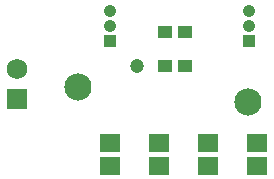
<source format=gts>
G04*
G04 #@! TF.GenerationSoftware,Altium Limited,Altium Designer,23.5.1 (21)*
G04*
G04 Layer_Color=8388736*
%FSLAX43Y43*%
%MOMM*%
G71*
G04*
G04 #@! TF.SameCoordinates,8FC2429F-322A-4D25-A3D7-46987ED2785F*
G04*
G04*
G04 #@! TF.FilePolarity,Negative*
G04*
G01*
G75*
%ADD13R,1.207X1.058*%
%ADD14R,1.753X1.553*%
%ADD15C,2.303*%
%ADD16R,1.753X1.753*%
%ADD17C,1.753*%
%ADD18C,1.050*%
%ADD19R,1.050X1.050*%
%ADD20C,1.203*%
D13*
X17400Y18796D02*
D03*
X15748D02*
D03*
X17400Y15875D02*
D03*
X15748D02*
D03*
D14*
X11049Y7448D02*
D03*
Y9398D02*
D03*
X15198D02*
D03*
Y7448D02*
D03*
X19346Y9398D02*
D03*
Y7448D02*
D03*
X23495Y9398D02*
D03*
Y7448D02*
D03*
D15*
X8382Y14097D02*
D03*
X22733Y12827D02*
D03*
D16*
X3175Y13081D02*
D03*
D17*
Y15621D02*
D03*
D18*
X22860Y20574D02*
D03*
Y19304D02*
D03*
X11049D02*
D03*
Y20574D02*
D03*
D19*
X22860Y18034D02*
D03*
X11049D02*
D03*
D20*
X13312Y15853D02*
D03*
M02*

</source>
